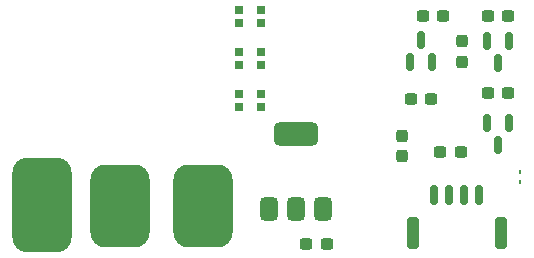
<source format=gbr>
%TF.GenerationSoftware,KiCad,Pcbnew,8.0.4*%
%TF.CreationDate,2025-03-19T01:09:58-05:00*%
%TF.ProjectId,Melty,4d656c74-792e-46b6-9963-61645f706362,rev?*%
%TF.SameCoordinates,Original*%
%TF.FileFunction,Paste,Bot*%
%TF.FilePolarity,Positive*%
%FSLAX46Y46*%
G04 Gerber Fmt 4.6, Leading zero omitted, Abs format (unit mm)*
G04 Created by KiCad (PCBNEW 8.0.4) date 2025-03-19 01:09:58*
%MOMM*%
%LPD*%
G01*
G04 APERTURE LIST*
G04 Aperture macros list*
%AMRoundRect*
0 Rectangle with rounded corners*
0 $1 Rounding radius*
0 $2 $3 $4 $5 $6 $7 $8 $9 X,Y pos of 4 corners*
0 Add a 4 corners polygon primitive as box body*
4,1,4,$2,$3,$4,$5,$6,$7,$8,$9,$2,$3,0*
0 Add four circle primitives for the rounded corners*
1,1,$1+$1,$2,$3*
1,1,$1+$1,$4,$5*
1,1,$1+$1,$6,$7*
1,1,$1+$1,$8,$9*
0 Add four rect primitives between the rounded corners*
20,1,$1+$1,$2,$3,$4,$5,0*
20,1,$1+$1,$4,$5,$6,$7,0*
20,1,$1+$1,$6,$7,$8,$9,0*
20,1,$1+$1,$8,$9,$2,$3,0*%
G04 Aperture macros list end*
%ADD10RoundRect,1.250000X1.250000X-2.750000X1.250000X2.750000X-1.250000X2.750000X-1.250000X-2.750000X0*%
%ADD11RoundRect,0.150000X-0.150000X0.587500X-0.150000X-0.587500X0.150000X-0.587500X0.150000X0.587500X0*%
%ADD12RoundRect,0.237500X0.300000X0.237500X-0.300000X0.237500X-0.300000X-0.237500X0.300000X-0.237500X0*%
%ADD13RoundRect,0.237500X-0.237500X0.300000X-0.237500X-0.300000X0.237500X-0.300000X0.237500X0.300000X0*%
%ADD14RoundRect,0.237500X-0.300000X-0.237500X0.300000X-0.237500X0.300000X0.237500X-0.300000X0.237500X0*%
%ADD15R,0.700000X0.700000*%
%ADD16RoundRect,0.150000X0.150000X-0.587500X0.150000X0.587500X-0.150000X0.587500X-0.150000X-0.587500X0*%
%ADD17RoundRect,0.375000X0.375000X-0.625000X0.375000X0.625000X-0.375000X0.625000X-0.375000X-0.625000X0*%
%ADD18RoundRect,0.500000X1.400000X-0.500000X1.400000X0.500000X-1.400000X0.500000X-1.400000X-0.500000X0*%
%ADD19RoundRect,0.062500X-0.062500X0.117500X-0.062500X-0.117500X0.062500X-0.117500X0.062500X0.117500X0*%
%ADD20RoundRect,0.150000X0.150000X0.700000X-0.150000X0.700000X-0.150000X-0.700000X0.150000X-0.700000X0*%
%ADD21RoundRect,0.250000X0.250000X1.100000X-0.250000X1.100000X-0.250000X-1.100000X0.250000X-1.100000X0*%
%ADD22RoundRect,1.250000X-1.250000X-2.250000X1.250000X-2.250000X1.250000X2.250000X-1.250000X2.250000X0*%
G04 APERTURE END LIST*
D10*
%TO.C,J5*%
X159425000Y-66950000D03*
%TD*%
D11*
%TO.C,Q3*%
X197050000Y-60000000D03*
X198950000Y-60000000D03*
X198000000Y-61875000D03*
%TD*%
%TO.C,Q2*%
X197050000Y-53062500D03*
X198950000Y-53062500D03*
X198000000Y-54937500D03*
%TD*%
D12*
%TO.C,R1*%
X193362500Y-51000000D03*
X191637500Y-51000000D03*
%TD*%
D13*
%TO.C,C4*%
X189900000Y-61137500D03*
X189900000Y-62862500D03*
%TD*%
D14*
%TO.C,C6*%
X181787500Y-70250000D03*
X183512500Y-70250000D03*
%TD*%
%TO.C,R5*%
X197137500Y-57500000D03*
X198862500Y-57500000D03*
%TD*%
D15*
%TO.C,D5*%
X176085000Y-55100000D03*
X176085000Y-54000000D03*
X177915000Y-54000000D03*
X177915000Y-55100000D03*
%TD*%
D14*
%TO.C,R6*%
X193137500Y-62500000D03*
X194862500Y-62500000D03*
%TD*%
D12*
%TO.C,R3*%
X192362500Y-58000000D03*
X190637500Y-58000000D03*
%TD*%
D16*
%TO.C,Q1*%
X192450000Y-54875000D03*
X190550000Y-54875000D03*
X191500000Y-53000000D03*
%TD*%
D15*
%TO.C,D7*%
X176085000Y-51550000D03*
X176085000Y-50450000D03*
X177915000Y-50450000D03*
X177915000Y-51550000D03*
%TD*%
D17*
%TO.C,U3*%
X183200000Y-67300000D03*
X180900000Y-67300000D03*
D18*
X180900000Y-61000000D03*
D17*
X178600000Y-67300000D03*
%TD*%
D19*
%TO.C,D6*%
X199850000Y-65020000D03*
X199850000Y-64180000D03*
%TD*%
D15*
%TO.C,D4*%
X176085000Y-58650000D03*
X176085000Y-57550000D03*
X177915000Y-57550000D03*
X177915000Y-58650000D03*
%TD*%
D14*
%TO.C,R4*%
X197137500Y-51000000D03*
X198862500Y-51000000D03*
%TD*%
D20*
%TO.C,J1*%
X196375000Y-66150000D03*
X195125000Y-66150000D03*
X193875000Y-66150000D03*
X192625000Y-66150000D03*
D21*
X198225000Y-69350000D03*
X190775000Y-69350000D03*
%TD*%
D13*
%TO.C,R2*%
X195000000Y-53137500D03*
X195000000Y-54862500D03*
%TD*%
D22*
%TO.C,J2*%
X166000000Y-67075000D03*
X173000000Y-67075000D03*
%TD*%
M02*

</source>
